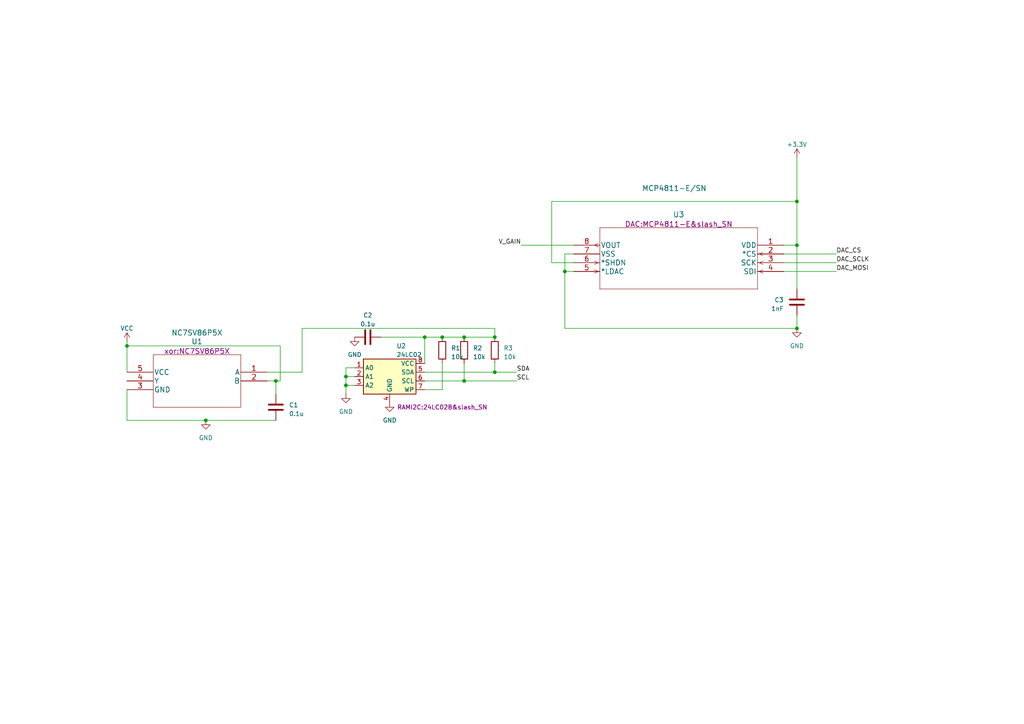
<source format=kicad_sch>
(kicad_sch (version 20230121) (generator eeschema)
  (paper "A4")
  (lib_symbols
    (symbol "2023-02-23_19-13-46:NC7SV86P5X" (pin_names (offset 0.254))
      (property "Reference" "U" (at 20.32 10.16 0))
      (property "Value" "NC7SV86P5X" (at 20.32 7.62 0))
      (symbol "NC7SV86P5X_1_1"
        (polyline (pts (xy 7.62 -10.16) (xy 33.02 -10.16)) (stroke (width 0.127)))
        (polyline (pts (xy 7.62 5.08) (xy 7.62 -10.16)) (stroke (width 0.127)))
        (polyline (pts (xy 33.02 -10.16) (xy 33.02 5.08)) (stroke (width 0.127)))
        (polyline (pts (xy 33.02 5.08) (xy 7.62 5.08)) (stroke (width 0.127)))
        (pin input line (at 0 0 0) (length 7.62) (name "A") (number "1"))
        (pin input line (at 0 -2.54 0) (length 7.62) (name "B") (number "2"))
        (pin power_in line (at 40.64 -5.08 180) (length 7.62) (name "GND") (number "3"))
        (pin output line (at 40.64 -2.54 180) (length 7.62) (name "Y") (number "4"))
        (pin power_in line (at 40.64 0 180) (length 7.62) (name "VCC") (number "5"))
      )
    )
    (symbol "2023-02-23_20-47-58:MCP4811-E/SN" (pin_names (offset 0.254))
      (property "Reference" "U" (at 30.48 10.16 0))
      (property "Value" "MCP4811-E/SN" (at 30.48 7.62 0))
      (symbol "MCP4811-E/SN_1_1"
        (polyline (pts (xy 7.112 -7.62) (xy 6.0452 -8.128)) (stroke (width 0.127)))
        (polyline (pts (xy 7.112 -7.62) (xy 6.0452 -7.112)) (stroke (width 0.127)))
        (polyline (pts (xy 7.112 -5.08) (xy 6.0452 -5.588)) (stroke (width 0.127)))
        (polyline (pts (xy 7.112 -5.08) (xy 6.0452 -4.572)) (stroke (width 0.127)))
        (polyline (pts (xy 7.112 -2.54) (xy 6.0452 -3.048)) (stroke (width 0.127)))
        (polyline (pts (xy 7.112 -2.54) (xy 6.0452 -2.032)) (stroke (width 0.127)))
        (polyline (pts (xy 7.62 -12.7) (xy 53.34 -12.7)) (stroke (width 0.127)))
        (polyline (pts (xy 7.62 5.08) (xy 7.62 -12.7)) (stroke (width 0.127)))
        (polyline (pts (xy 53.34 -12.7) (xy 53.34 5.08)) (stroke (width 0.127)))
        (polyline (pts (xy 53.34 5.08) (xy 7.62 5.08)) (stroke (width 0.127)))
        (polyline (pts (xy 53.848 -7.62) (xy 54.9148 -8.128)) (stroke (width 0.127)))
        (polyline (pts (xy 53.848 -7.62) (xy 54.9148 -7.112)) (stroke (width 0.127)))
        (polyline (pts (xy 53.848 -5.08) (xy 54.9148 -5.588)) (stroke (width 0.127)))
        (polyline (pts (xy 53.848 -5.08) (xy 54.9148 -4.572)) (stroke (width 0.127)))
        (polyline (pts (xy 53.848 -0.508) (xy 54.9148 0)) (stroke (width 0.127)))
        (polyline (pts (xy 53.848 0.508) (xy 54.9148 0)) (stroke (width 0.127)))
        (pin power_in line (at 0 0 0) (length 7.62) (name "VDD") (number "1"))
        (pin input line (at 0 -2.54 0) (length 7.62) (name "*CS") (number "2"))
        (pin input line (at 0 -5.08 0) (length 7.62) (name "SCK") (number "3"))
        (pin input line (at 0 -7.62 0) (length 7.62) (name "SDI") (number "4"))
        (pin input line (at 60.96 -7.62 180) (length 7.62) (name "*LDAC") (number "5"))
        (pin input line (at 60.96 -5.08 180) (length 7.62) (name "*SHDN") (number "6"))
        (pin power_in line (at 60.96 -2.54 180) (length 7.62) (name "VSS") (number "7"))
        (pin output line (at 60.96 0 180) (length 7.62) (name "VOUT") (number "8"))
      )
    )
    (symbol "Device:C" (pin_numbers hide) (pin_names (offset 0.254))
      (property "Reference" "C" (at 0.635 2.54 0))
      (property "Value" "C" (at 0.635 -2.54 0))
      (symbol "C_0_1"
        (polyline (pts (xy -2.032 -0.762) (xy 2.032 -0.762)) (stroke (width 0.508)))
        (polyline (pts (xy -2.032 0.762) (xy 2.032 0.762)) (stroke (width 0.508)))
      )
      (symbol "C_1_1"
        (pin passive line (at 0 3.81 270) (length 2.794) (name "~") (number "1"))
        (pin passive line (at 0 -3.81 90) (length 2.794) (name "~") (number "2"))
      )
    )
    (symbol "Device:R" (pin_numbers hide) (pin_names (offset 0))
      (property "Reference" "R" (at 2.032 0 90))
      (property "Value" "R" (at 0 0 90))
      (symbol "R_0_1"
        (rectangle (start -1.016 -2.54) (end 1.016 2.54) (stroke (width 0.254)))
      )
      (symbol "R_1_1"
        (pin passive line (at 0 3.81 270) (length 1.27) (name "~") (number "1"))
        (pin passive line (at 0 -3.81 90) (length 1.27) (name "~") (number "2"))
      )
    )
    (symbol "Memory_EEPROM:24LC02"
      (property "Reference" "U7" (at 1.9559 8.89 0))
      (property "Value" "24LC02" (at 1.9559 6.35 0))
      (symbol "24LC02_1_1"
        (rectangle (start -7.62 5.08) (end 7.62 -5.08) (stroke (width 0.254)) (fill (type background)))
        (pin input line (at -10.16 2.54 0) (length 2.54) (name "A0") (number "1"))
        (pin input line (at -10.16 0 0) (length 2.54) (name "A1") (number "2"))
        (pin input line (at -10.16 -2.54 0) (length 2.54) (name "A2") (number "3"))
        (pin power_in line (at 0 -7.62 90) (length 2.54) (name "GND") (number "4"))
        (pin bidirectional line (at 10.16 1.27 180) (length 2.54) (name "SDA") (number "5"))
        (pin input line (at 10.16 -1.27 180) (length 2.54) (name "SCL") (number "6"))
        (pin input line (at 10.16 -3.81 180) (length 2.54) (name "WP") (number "7"))
        (pin power_in line (at 10.16 3.81 180) (length 2.54) (name "VCC") (number "8"))
      )
    )
    (symbol "power:+3.3V" (power) (pin_names (offset 0))
      (property "Value" "+3.3V" (at 0 3.556 0))
      (symbol "+3.3V_0_1"
        (polyline (pts (xy -0.762 1.27) (xy 0 2.54)))
        (polyline (pts (xy 0 0) (xy 0 2.54)))
        (polyline (pts (xy 0 2.54) (xy 0.762 1.27)))
      )
      (symbol "+3.3V_1_1"
        (pin power_in line (at 0 0 90) (length 0) hide (name "+3.3V") (number "1"))
      )
    )
    (symbol "power:GND" (power) (pin_names (offset 0))
      (property "Value" "GND" (at 0 -3.81 0))
      (symbol "GND_0_1"
        (polyline (pts (xy 0 0) (xy 0 -1.27) (xy 1.27 -1.27) (xy 0 -2.54) (xy -1.27 -1.27) (xy 0 -1.27)))
      )
      (symbol "GND_1_1"
        (pin power_in line (at 0 0 270) (length 0) hide (name "GND") (number "1"))
      )
    )
    (symbol "power:VCC" (power) (pin_names (offset 0))
      (property "Value" "VCC" (at 0 3.81 0))
      (symbol "VCC_0_1"
        (polyline (pts (xy -0.762 1.27) (xy 0 2.54)))
        (polyline (pts (xy 0 0) (xy 0 2.54)))
        (polyline (pts (xy 0 2.54) (xy 0.762 1.27)))
      )
      (symbol "VCC_1_1"
        (pin power_in line (at 0 0 90) (length 0) hide (name "VCC") (number "1"))
      )
    )
  )
  (junction (at 143.51 97.79))
  (junction (at 59.69 121.92))
  (junction (at 123.19 97.79))
  (junction (at 231.14 58.42))
  (junction (at 231.14 71.12))
  (junction (at 100.33 109.22))
  (junction (at 36.83 100.33))
  (junction (at 143.51 107.95))
  (junction (at 231.14 95.25))
  (junction (at 100.33 111.76))
  (junction (at 80.01 110.49))
  (junction (at 134.62 97.79))
  (junction (at 134.62 110.49))
  (junction (at 128.27 97.79))
  (junction (at 163.83 78.74))
  (wire (pts (xy 242.57 73.66) (xy 227.33 73.66)))
  (wire (pts (xy 128.27 113.03) (xy 128.27 105.41)))
  (wire (pts (xy 36.83 99.06) (xy 36.83 100.33)))
  (wire (pts (xy 163.83 78.74) (xy 163.83 73.66)))
  (wire (pts (xy 123.19 113.03) (xy 128.27 113.03)))
  (wire (pts (xy 231.14 71.12) (xy 231.14 83.82)))
  (wire (pts (xy 166.37 71.12) (xy 151.13 71.12)))
  (wire (pts (xy 160.02 76.2) (xy 166.37 76.2)))
  (wire (pts (xy 166.37 78.74) (xy 163.83 78.74)))
  (wire (pts (xy 128.27 97.79) (xy 134.62 97.79)))
  (wire (pts (xy 143.51 107.95) (xy 149.86 107.95)))
  (wire (pts (xy 231.14 45.72) (xy 231.14 58.42)))
  (wire (pts (xy 123.19 97.79) (xy 123.19 105.41)))
  (wire (pts (xy 242.57 76.2) (xy 227.33 76.2)))
  (wire (pts (xy 81.28 100.33) (xy 81.28 110.49)))
  (wire (pts (xy 77.47 110.49) (xy 80.01 110.49)))
  (wire (pts (xy 59.69 121.92) (xy 80.01 121.92)))
  (wire (pts (xy 163.83 73.66) (xy 166.37 73.66)))
  (wire (pts (xy 100.33 111.76) (xy 102.87 111.76)))
  (wire (pts (xy 134.62 97.79) (xy 143.51 97.79)))
  (wire (pts (xy 87.63 95.25) (xy 87.63 107.95)))
  (wire (pts (xy 36.83 121.92) (xy 59.69 121.92)))
  (wire (pts (xy 123.19 97.79) (xy 128.27 97.79)))
  (wire (pts (xy 143.51 95.25) (xy 87.63 95.25)))
  (wire (pts (xy 100.33 111.76) (xy 100.33 114.3)))
  (wire (pts (xy 123.19 107.95) (xy 143.51 107.95)))
  (wire (pts (xy 134.62 110.49) (xy 149.86 110.49)))
  (wire (pts (xy 143.51 95.25) (xy 143.51 97.79)))
  (wire (pts (xy 100.33 109.22) (xy 102.87 109.22)))
  (wire (pts (xy 143.51 105.41) (xy 143.51 107.95)))
  (wire (pts (xy 231.14 95.25) (xy 163.83 95.25)))
  (wire (pts (xy 80.01 110.49) (xy 80.01 114.3)))
  (wire (pts (xy 100.33 109.22) (xy 100.33 111.76)))
  (wire (pts (xy 80.01 110.49) (xy 81.28 110.49)))
  (wire (pts (xy 100.33 106.68) (xy 100.33 109.22)))
  (wire (pts (xy 231.14 58.42) (xy 160.02 58.42)))
  (wire (pts (xy 123.19 110.49) (xy 134.62 110.49)))
  (wire (pts (xy 163.83 95.25) (xy 163.83 78.74)))
  (wire (pts (xy 231.14 58.42) (xy 231.14 71.12)))
  (wire (pts (xy 36.83 113.03) (xy 36.83 121.92)))
  (wire (pts (xy 160.02 58.42) (xy 160.02 76.2)))
  (wire (pts (xy 134.62 105.41) (xy 134.62 110.49)))
  (wire (pts (xy 231.14 71.12) (xy 227.33 71.12)))
  (wire (pts (xy 231.14 91.44) (xy 231.14 95.25)))
  (wire (pts (xy 36.83 100.33) (xy 81.28 100.33)))
  (wire (pts (xy 36.83 100.33) (xy 36.83 107.95)))
  (wire (pts (xy 87.63 107.95) (xy 77.47 107.95)))
  (wire (pts (xy 242.57 78.74) (xy 227.33 78.74)))
  (wire (pts (xy 100.33 106.68) (xy 102.87 106.68)))
  (wire (pts (xy 110.49 97.79) (xy 123.19 97.79)))
  (label "DAC_CS" (at 242.57 73.66 0))
  (label "DAC_MOSI" (at 242.57 78.74 0))
  (label "SCL" (at 149.86 110.49 0))
  (label "SDA" (at 149.86 107.95 0))
  (label "V_GAIN" (at 151.13 71.12 180))
  (label "DAC_SCLK" (at 242.57 76.2 0))
  (symbol (lib_id "power:GND") (at 231.14 95.25 0) (mirror y) (unit 1)
    (property "Reference" "#PWR07" (effects hide))
    (property "Value" "GND" (at 231.14 100.33 0))
  )
  (symbol (lib_id "Device:R") (at 143.51 101.6 0) (unit 1)
    (property "Reference" "R3" (at 146.05 100.965 0) (effects (justify left)))
    (property "Value" "10k" (at 146.05 103.505 0) (effects (justify left)))
    (property "Footprint" "Resistor_SMD:R_0201_0603Metric" (effects hide))
  )
  (symbol (lib_id "Device:R") (at 134.62 101.6 0) (unit 1)
    (property "Reference" "R2" (at 137.16 100.965 0) (effects (justify left)))
    (property "Value" "10k" (at 137.16 103.505 0) (effects (justify left)))
    (property "Footprint" "Resistor_SMD:R_0201_0603Metric" (effects hide))
  )
  (symbol (lib_id "Device:C") (at 106.68 97.79 90) (unit 1)
    (property "Reference" "C2" (at 106.68 91.44 90))
    (property "Value" "0.1u" (at 106.68 93.98 90))
    (property "Footprint" "Capacitor_SMD:C_0201_0603Metric" (effects hide))
  )
  (symbol (lib_id "2023-02-23_19-13-46:NC7SV86P5X") (at 77.47 107.95 0) (mirror y) (unit 1)
    (property "Reference" "U1" (at 57.15 99.06 0) (effects (font (size 1.524 1.524))))
    (property "Value" "NC7SV86P5X" (at 57.15 96.52 0) (effects (font (size 1.524 1.524))))
    (property "Footprint" "xor:NC7SV86P5X" (at 57.15 101.854 0) (effects (font (size 1.524 1.524))))
  )
  (symbol (lib_id "Device:C") (at 80.01 118.11 0) (unit 1)
    (property "Reference" "C1" (at 83.82 117.475 0) (effects (justify left)))
    (property "Value" "0.1u" (at 83.82 120.015 0) (effects (justify left)))
    (property "Footprint" "Capacitor_SMD:C_0201_0603Metric" (effects hide))
  )
  (symbol (lib_id "power:GND") (at 59.69 121.92 0) (unit 1)
    (property "Reference" "#PWR02" (effects hide))
    (property "Value" "GND" (at 59.69 127 0))
  )
  (symbol (lib_id "power:+3.3V") (at 231.14 45.72 0) (mirror y) (unit 1)
    (property "Reference" "#PWR06" (effects hide))
    (property "Value" "+3.3V" (at 231.14 41.91 0))
  )
  (symbol (lib_id "Memory_EEPROM:24LC02") (at 113.03 109.22 0) (unit 1)
    (property "Reference" "U2" (at 114.9859 100.33 0) (effects (justify left)))
    (property "Value" "24LC02" (at 114.9859 102.87 0) (effects (justify left)))
    (property "Footprint" "RAMI2C:24LC02B&slash_SN" (at 128.27 118.11 0))
    (property "Datasheet" "http://ww1.microchip.com/downloads/en/DeviceDoc/21709c.pdf" (effects hide))
  )
  (symbol (lib_id "power:GND") (at 100.33 114.3 0) (unit 1)
    (property "Reference" "#PWR03" (effects hide))
    (property "Value" "GND" (at 100.33 119.38 0))
  )
  (symbol (lib_id "power:VCC") (at 36.83 99.06 0) (unit 1)
    (property "Reference" "#PWR01" (effects hide))
    (property "Value" "VCC" (at 36.83 95.25 0))
  )
  (symbol (lib_id "Device:C") (at 231.14 87.63 0) (mirror y) (unit 1)
    (property "Reference" "C3" (at 227.33 86.995 0) (effects (justify left)))
    (property "Value" "1nF" (at 227.33 89.535 0) (effects (justify left)))
    (property "Footprint" "Capacitor_SMD:C_0201_0603Metric" (effects hide))
  )
  (symbol (lib_id "power:GND") (at 102.87 97.79 0) (unit 1)
    (property "Reference" "#PWR04" (effects hide))
    (property "Value" "GND" (at 102.87 102.87 0))
  )
  (symbol (lib_id "Device:R") (at 128.27 101.6 0) (unit 1)
    (property "Reference" "R1" (at 130.81 100.965 0) (effects (justify left)))
    (property "Value" "10k" (at 130.81 103.505 0) (effects (justify left)))
    (property "Footprint" "Resistor_SMD:R_0201_0603Metric" (effects hide))
  )
  (symbol (lib_id "power:GND") (at 113.03 116.84 0) (unit 1)
    (property "Reference" "#PWR05" (effects hide))
    (property "Value" "GND" (at 113.03 121.92 0))
  )
  (symbol (lib_id "2023-02-23_20-47-58:MCP4811-E/SN") (at 227.33 71.12 0) (mirror y) (unit 1)
    (property "Reference" "U3" (at 196.85 62.23 0) (effects (font (size 1.524 1.524))))
    (property "Value" "MCP4811-E/SN" (at 195.58 54.61 0) (effects (font (size 1.524 1.524))))
    (property "Footprint" "DAC:MCP4811-E&slash_SN" (at 196.85 65.024 0) (effects (font (size 1.524 1.524))))
  )
)
</source>
